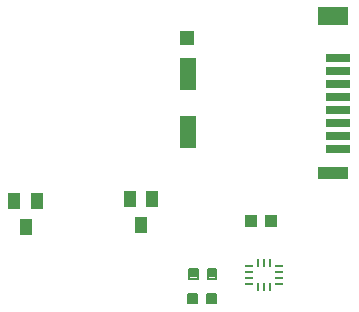
<source format=gtp>
G75*
%MOIN*%
%OFA0B0*%
%FSLAX25Y25*%
%IPPOS*%
%LPD*%
%AMOC8*
5,1,8,0,0,1.08239X$1,22.5*
%
%ADD10R,0.00984X0.02657*%
%ADD11R,0.02657X0.00984*%
%ADD12R,0.10236X0.03937*%
%ADD13R,0.07874X0.02756*%
%ADD14R,0.10236X0.05906*%
%ADD15R,0.05512X0.10630*%
%ADD16R,0.04724X0.04724*%
%ADD17C,0.00740*%
%ADD18R,0.03937X0.05512*%
%ADD19R,0.03937X0.04331*%
D10*
X0115231Y0056914D03*
X0117200Y0056914D03*
X0119169Y0056914D03*
X0119169Y0064886D03*
X0117200Y0064886D03*
X0115231Y0064886D03*
D11*
X0112230Y0063853D03*
X0112230Y0061884D03*
X0112230Y0059916D03*
X0112230Y0057947D03*
X0122170Y0057947D03*
X0122170Y0059916D03*
X0122170Y0061884D03*
X0122170Y0063853D03*
D12*
X0140087Y0094717D03*
D13*
X0142056Y0102985D03*
X0142056Y0107316D03*
X0142056Y0111646D03*
X0142056Y0115977D03*
X0142056Y0120308D03*
X0142056Y0124639D03*
X0142056Y0128969D03*
X0142056Y0133300D03*
D14*
X0140087Y0147276D03*
D15*
X0092056Y0127788D03*
X0092056Y0108497D03*
D16*
X0091662Y0139796D03*
D17*
X0092210Y0062938D02*
X0095170Y0062938D01*
X0095170Y0059662D01*
X0092210Y0059662D01*
X0092210Y0062938D01*
X0092210Y0060401D02*
X0095170Y0060401D01*
X0095170Y0061140D02*
X0092210Y0061140D01*
X0092210Y0061879D02*
X0095170Y0061879D01*
X0095170Y0062618D02*
X0092210Y0062618D01*
X0098430Y0062938D02*
X0101390Y0062938D01*
X0101390Y0059662D01*
X0098430Y0059662D01*
X0098430Y0062938D01*
X0098430Y0060401D02*
X0101390Y0060401D01*
X0101390Y0061140D02*
X0098430Y0061140D01*
X0098430Y0061879D02*
X0101390Y0061879D01*
X0101390Y0062618D02*
X0098430Y0062618D01*
X0098230Y0051362D02*
X0101190Y0051362D01*
X0098230Y0051362D02*
X0098230Y0054638D01*
X0101190Y0054638D01*
X0101190Y0051362D01*
X0101190Y0052101D02*
X0098230Y0052101D01*
X0098230Y0052840D02*
X0101190Y0052840D01*
X0101190Y0053579D02*
X0098230Y0053579D01*
X0098230Y0054318D02*
X0101190Y0054318D01*
X0094970Y0051362D02*
X0092010Y0051362D01*
X0092010Y0054638D01*
X0094970Y0054638D01*
X0094970Y0051362D01*
X0094970Y0052101D02*
X0092010Y0052101D01*
X0092010Y0052840D02*
X0094970Y0052840D01*
X0094970Y0053579D02*
X0092010Y0053579D01*
X0092010Y0054318D02*
X0094970Y0054318D01*
D18*
X0037800Y0076969D03*
X0034060Y0085631D03*
X0041540Y0085631D03*
X0072560Y0086131D03*
X0080040Y0086131D03*
X0076300Y0077469D03*
D19*
X0112954Y0078800D03*
X0119646Y0078800D03*
M02*

</source>
